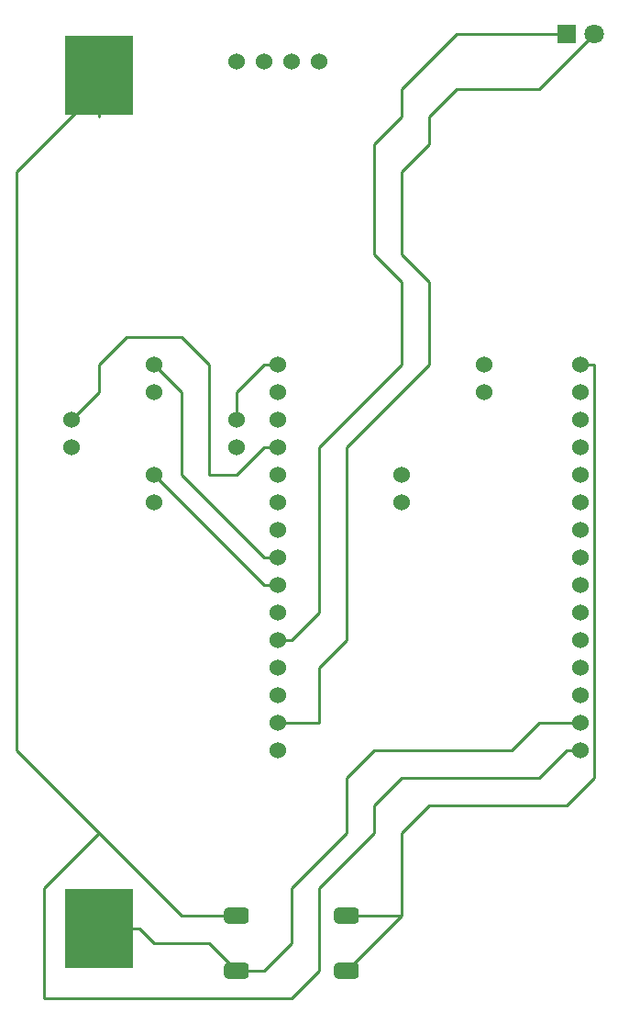
<source format=gbr>
%TF.GenerationSoftware,KiCad,Pcbnew,7.0.9+dfsg-1*%
%TF.CreationDate,2023-11-29T16:22:22+07:00*%
%TF.ProjectId,wifitools,77696669-746f-46f6-9c73-2e6b69636164,rev?*%
%TF.SameCoordinates,Original*%
%TF.FileFunction,Copper,L2,Bot*%
%TF.FilePolarity,Positive*%
%FSLAX46Y46*%
G04 Gerber Fmt 4.6, Leading zero omitted, Abs format (unit mm)*
G04 Created by KiCad (PCBNEW 7.0.9+dfsg-1) date 2023-11-29 16:22:22*
%MOMM*%
%LPD*%
G01*
G04 APERTURE LIST*
G04 Aperture macros list*
%AMRoundRect*
0 Rectangle with rounded corners*
0 $1 Rounding radius*
0 $2 $3 $4 $5 $6 $7 $8 $9 X,Y pos of 4 corners*
0 Add a 4 corners polygon primitive as box body*
4,1,4,$2,$3,$4,$5,$6,$7,$8,$9,$2,$3,0*
0 Add four circle primitives for the rounded corners*
1,1,$1+$1,$2,$3*
1,1,$1+$1,$4,$5*
1,1,$1+$1,$6,$7*
1,1,$1+$1,$8,$9*
0 Add four rect primitives between the rounded corners*
20,1,$1+$1,$2,$3,$4,$5,0*
20,1,$1+$1,$4,$5,$6,$7,0*
20,1,$1+$1,$6,$7,$8,$9,0*
20,1,$1+$1,$8,$9,$2,$3,0*%
G04 Aperture macros list end*
%TA.AperFunction,ComponentPad*%
%ADD10C,1.524000*%
%TD*%
%TA.AperFunction,ComponentPad*%
%ADD11R,1.800000X1.800000*%
%TD*%
%TA.AperFunction,ComponentPad*%
%ADD12C,1.800000*%
%TD*%
%TA.AperFunction,SMDPad,CuDef*%
%ADD13RoundRect,0.381000X0.762000X0.381000X-0.762000X0.381000X-0.762000X-0.381000X0.762000X-0.381000X0*%
%TD*%
%TA.AperFunction,SMDPad,CuDef*%
%ADD14R,6.350000X7.340000*%
%TD*%
%TA.AperFunction,Conductor*%
%ADD15C,0.250000*%
%TD*%
G04 APERTURE END LIST*
D10*
%TO.P,Display ,1*%
%TO.N,N/C*%
X137160000Y-58420000D03*
%TO.P,Display ,2*%
X139700000Y-58420000D03*
%TO.P,Display ,3*%
X142240000Y-58420000D03*
%TO.P,Display ,4*%
X144780000Y-58420000D03*
%TD*%
%TO.P,A,1*%
%TO.N,N/C*%
X160020000Y-86360000D03*
%TO.P,A,2*%
X160020000Y-88900000D03*
%TD*%
D11*
%TO.P,Senter,1*%
%TO.N,N/C*%
X167640000Y-55880000D03*
D12*
%TO.P,Senter,2*%
X170180000Y-55880000D03*
%TD*%
D10*
%TO.P,RIGHT,1*%
%TO.N,N/C*%
X137160000Y-91440000D03*
%TO.P,RIGHT,2*%
X137160000Y-93980000D03*
%TD*%
%TO.P,LEFT,1*%
%TO.N,N/C*%
X121920000Y-91440000D03*
%TO.P,LEFT,2*%
X121920000Y-93980000D03*
%TD*%
%TO.P,DOWN,1*%
%TO.N,N/C*%
X129540000Y-96520000D03*
%TO.P,DOWN,2*%
X129540000Y-99060000D03*
%TD*%
%TO.P,UP,1*%
%TO.N,N/C*%
X129540000Y-86360000D03*
%TO.P,UP,2*%
X129540000Y-88900000D03*
%TD*%
%TO.P,B,1*%
%TO.N,N/C*%
X152400000Y-96520000D03*
%TO.P,B,2*%
X152400000Y-99060000D03*
%TD*%
%TO.P,,1*%
%TO.N,N/C*%
X168910000Y-86360000D03*
%TO.P,,2*%
X168910000Y-88900000D03*
%TO.P,,3*%
X168910000Y-91440000D03*
%TO.P,,4*%
X168910000Y-93980000D03*
%TO.P,,5*%
X168910000Y-96520000D03*
%TO.P,,6*%
X168910000Y-99060000D03*
%TO.P,,7*%
X168910000Y-101600000D03*
%TO.P,,8*%
X168910000Y-104140000D03*
%TO.P,,9*%
X168910000Y-106680000D03*
%TO.P,,10*%
X168910000Y-109220000D03*
%TO.P,,11*%
X168910000Y-111760000D03*
%TO.P,,12*%
X168910000Y-114300000D03*
%TO.P,,13*%
X168910000Y-116840000D03*
%TO.P,,14*%
X168910000Y-119380000D03*
%TO.P,,15*%
X168910000Y-121920000D03*
%TO.P,,16*%
X140970000Y-121920000D03*
%TO.P,,17*%
X140970000Y-119380000D03*
%TO.P,,18*%
X140970000Y-116840000D03*
%TO.P,,19*%
X140970000Y-114300000D03*
%TO.P,,20*%
X140970000Y-111760000D03*
%TO.P,,21*%
X140970000Y-109220000D03*
%TO.P,,22*%
X140970000Y-106680000D03*
%TO.P,,23*%
X140970000Y-104140000D03*
%TO.P,,24*%
X140970000Y-101600000D03*
%TO.P,,25*%
X140970000Y-99060000D03*
%TO.P,,26*%
X140970000Y-96520000D03*
%TO.P,,27*%
X140970000Y-93980000D03*
%TO.P,,28*%
X140970000Y-91440000D03*
%TO.P,,29*%
X140970000Y-88900000D03*
%TO.P,,30*%
X140970000Y-86360000D03*
%TD*%
D13*
%TO.P,R1,1*%
%TO.N,N/C*%
X137160000Y-137160000D03*
%TO.P,R1,2*%
X147320000Y-137160000D03*
%TD*%
D14*
%TO.P,REF\u002A\u002A,1*%
%TO.N,N/C*%
X124460000Y-59730000D03*
%TO.P,REF\u002A\u002A,2*%
X124460000Y-138390000D03*
%TD*%
D13*
%TO.P,R2,1*%
%TO.N,N/C*%
X137160000Y-142240000D03*
%TO.P,R2,2*%
X147320000Y-142240000D03*
%TD*%
D15*
%TO.N,*%
X147320000Y-137160000D02*
X152400000Y-137160000D01*
X152400000Y-137160000D02*
X147320000Y-142240000D01*
X137160000Y-142240000D02*
X139700000Y-142240000D01*
X139700000Y-142240000D02*
X142240000Y-139700000D01*
X142240000Y-139700000D02*
X142240000Y-134620000D01*
X142240000Y-134620000D02*
X147320000Y-129540000D01*
X147320000Y-129540000D02*
X147320000Y-124460000D01*
X147320000Y-124460000D02*
X149860000Y-121920000D01*
X149860000Y-121920000D02*
X162560000Y-121920000D01*
X162560000Y-121920000D02*
X165100000Y-119380000D01*
X165100000Y-119380000D02*
X168910000Y-119380000D01*
X124460000Y-138390000D02*
X128230000Y-138390000D01*
X128230000Y-138390000D02*
X129540000Y-139700000D01*
X129540000Y-139700000D02*
X134620000Y-139700000D01*
X134620000Y-139700000D02*
X137160000Y-142240000D01*
X124460000Y-129540000D02*
X132080000Y-137160000D01*
X132080000Y-137160000D02*
X137160000Y-137160000D01*
X157480000Y-55880000D02*
X152400000Y-60960000D01*
X154940000Y-127000000D02*
X167640000Y-127000000D01*
X137160000Y-88900000D02*
X137160000Y-91440000D01*
X144780000Y-114300000D02*
X147320000Y-111760000D01*
X170180000Y-124460000D02*
X170180000Y-86360000D01*
X116840000Y-121920000D02*
X124460000Y-129540000D01*
X137160000Y-96520000D02*
X134620000Y-96520000D01*
X147320000Y-93980000D02*
X154940000Y-86360000D01*
X140970000Y-119380000D02*
X144780000Y-119380000D01*
X144780000Y-93980000D02*
X144780000Y-109220000D01*
X139700000Y-93980000D02*
X137160000Y-96520000D01*
X127000000Y-83820000D02*
X124460000Y-86360000D01*
X167640000Y-55880000D02*
X157480000Y-55880000D01*
X152400000Y-76200000D02*
X152400000Y-68580000D01*
X147320000Y-111760000D02*
X147320000Y-93980000D01*
X140970000Y-104140000D02*
X139700000Y-104140000D01*
X149860000Y-129540000D02*
X144780000Y-134620000D01*
X124460000Y-60960000D02*
X116840000Y-68580000D01*
X124460000Y-88900000D02*
X121920000Y-91440000D01*
X134620000Y-86360000D02*
X132080000Y-83820000D01*
X140970000Y-106680000D02*
X139700000Y-106680000D01*
X154940000Y-78740000D02*
X152400000Y-76200000D01*
X149860000Y-66040000D02*
X149860000Y-76200000D01*
X144780000Y-109220000D02*
X142240000Y-111760000D01*
X134620000Y-96520000D02*
X134620000Y-86360000D01*
X140970000Y-93980000D02*
X139700000Y-93980000D01*
X165100000Y-124460000D02*
X167640000Y-121920000D01*
X139700000Y-86360000D02*
X137160000Y-88900000D01*
X152400000Y-129540000D02*
X154940000Y-127000000D01*
X154940000Y-86360000D02*
X154940000Y-78740000D01*
X142240000Y-144780000D02*
X119380000Y-144780000D01*
X152400000Y-137160000D02*
X152400000Y-129540000D01*
X170180000Y-86360000D02*
X168910000Y-86360000D01*
X119380000Y-134620000D02*
X124460000Y-129540000D01*
X149860000Y-127000000D02*
X149860000Y-129540000D01*
X139700000Y-106680000D02*
X129540000Y-96520000D01*
X152400000Y-86360000D02*
X144780000Y-93980000D01*
X142240000Y-111760000D02*
X140970000Y-111760000D01*
X132080000Y-83820000D02*
X127000000Y-83820000D01*
X167640000Y-121920000D02*
X168910000Y-121920000D01*
X124460000Y-59730000D02*
X124460000Y-60960000D01*
X165100000Y-60960000D02*
X170180000Y-55880000D01*
X140970000Y-86360000D02*
X139700000Y-86360000D01*
X157480000Y-60960000D02*
X165100000Y-60960000D01*
X124460000Y-59730000D02*
X124460000Y-63500000D01*
X144780000Y-142240000D02*
X142240000Y-144780000D01*
X149860000Y-76200000D02*
X152400000Y-78740000D01*
X149860000Y-127000000D02*
X152400000Y-124460000D01*
X144780000Y-134620000D02*
X144780000Y-142240000D01*
X132080000Y-96520000D02*
X132080000Y-88900000D01*
X144780000Y-119380000D02*
X144780000Y-114300000D01*
X154940000Y-63500000D02*
X157480000Y-60960000D01*
X152400000Y-63500000D02*
X149860000Y-66040000D01*
X124460000Y-86360000D02*
X124460000Y-88900000D01*
X139700000Y-104140000D02*
X132080000Y-96520000D01*
X152400000Y-68580000D02*
X154940000Y-66040000D01*
X116840000Y-68580000D02*
X116840000Y-121920000D01*
X154940000Y-66040000D02*
X154940000Y-63500000D01*
X119380000Y-144780000D02*
X119380000Y-134620000D01*
X152400000Y-124460000D02*
X165100000Y-124460000D01*
X152400000Y-60960000D02*
X152400000Y-63500000D01*
X152400000Y-78740000D02*
X152400000Y-86360000D01*
X132080000Y-88900000D02*
X129540000Y-86360000D01*
X167640000Y-127000000D02*
X170180000Y-124460000D01*
%TD*%
M02*

</source>
